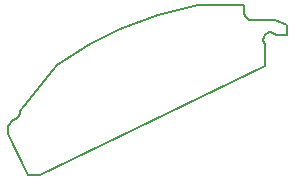
<source format=gto>
G04*
G04 #@! TF.GenerationSoftware,Altium Limited,Altium Designer,19.0.15 (446)*
G04*
G04 Layer_Color=65535*
%FSLAX25Y25*%
%MOIN*%
G70*
G01*
G75*
%ADD10C,0.00787*%
D10*
X-5906Y17717D02*
X-5726Y16813D01*
X-5214Y16046D01*
X-4447Y15534D01*
X-3543Y15354D01*
X-82972Y-17815D02*
X-82017Y-17503D01*
X-81254Y-16849D01*
X-80799Y-15952D01*
X-80722Y-14950D01*
X4521Y10625D02*
X3712Y11215D01*
X2731Y11417D01*
X1754Y11195D01*
X958Y10587D01*
X485Y9704D01*
X420Y8704D01*
X775Y7768D01*
X4521Y10630D02*
X8268D01*
Y13780D01*
X4331Y15354D02*
X8268Y13780D01*
X-3543Y15354D02*
X4331D01*
X-5906Y17717D02*
Y17717D01*
X-84646Y-22441D02*
Y-19685D01*
X-82972Y-17815D01*
X-84646Y-22441D02*
X-77953Y-36319D01*
X-74158Y-36327D01*
X787Y275D02*
Y7776D01*
X-5906Y17717D02*
Y20472D01*
X-21417D02*
X-5906D01*
X-80722Y-14950D02*
X-68504Y394D01*
X-57480Y7480D01*
X-47244Y12598D01*
X-34646Y17323D01*
X-21417Y20472D01*
X-74158Y-36327D02*
X787Y275D01*
M02*

</source>
